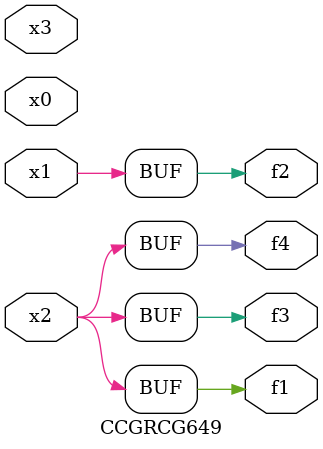
<source format=v>
module CCGRCG649(
	input x0, x1, x2, x3,
	output f1, f2, f3, f4
);
	assign f1 = x2;
	assign f2 = x1;
	assign f3 = x2;
	assign f4 = x2;
endmodule

</source>
